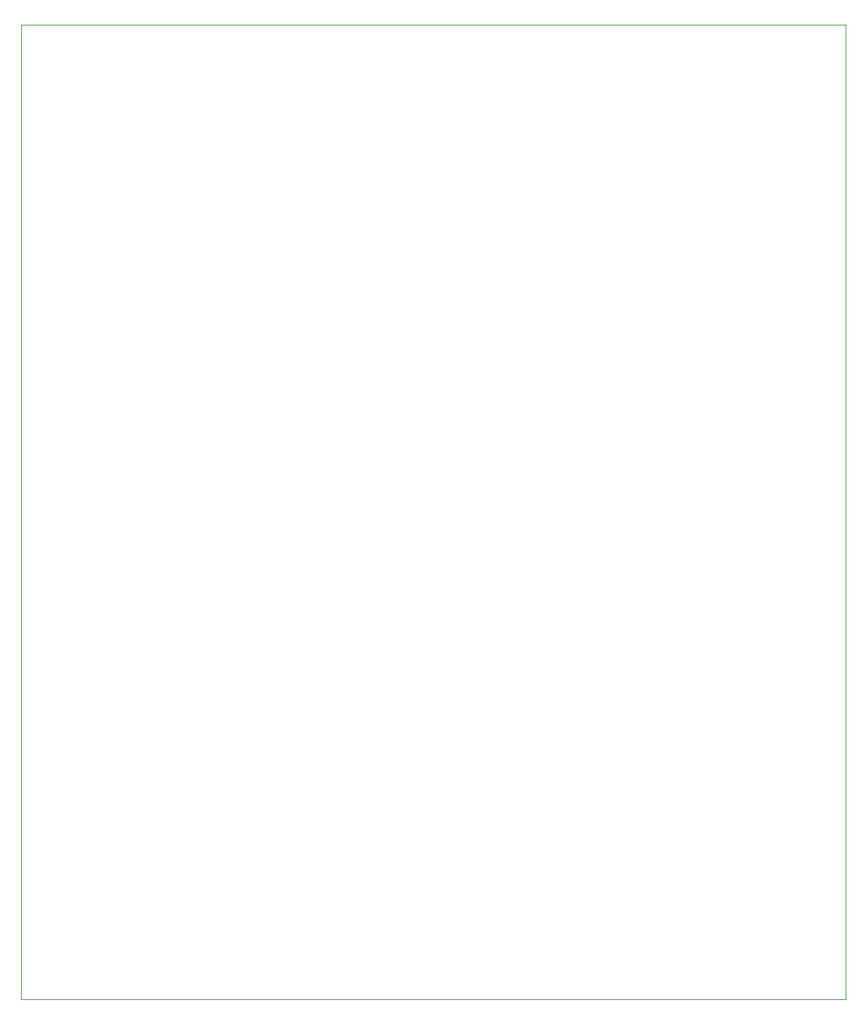
<source format=gbr>
%TF.GenerationSoftware,KiCad,Pcbnew,9.0.5*%
%TF.CreationDate,2025-11-20T17:27:21-03:00*%
%TF.ProjectId,Fonte BDNM,466f6e74-6520-4424-944e-4d2e6b696361,rev?*%
%TF.SameCoordinates,Original*%
%TF.FileFunction,Profile,NP*%
%FSLAX46Y46*%
G04 Gerber Fmt 4.6, Leading zero omitted, Abs format (unit mm)*
G04 Created by KiCad (PCBNEW 9.0.5) date 2025-11-20 17:27:21*
%MOMM*%
%LPD*%
G01*
G04 APERTURE LIST*
%TA.AperFunction,Profile*%
%ADD10C,0.050000*%
%TD*%
G04 APERTURE END LIST*
D10*
X697315Y-802685D02*
X96697315Y-802685D01*
X96697315Y-114302685D01*
X697315Y-114302685D01*
X697315Y-802685D01*
M02*

</source>
